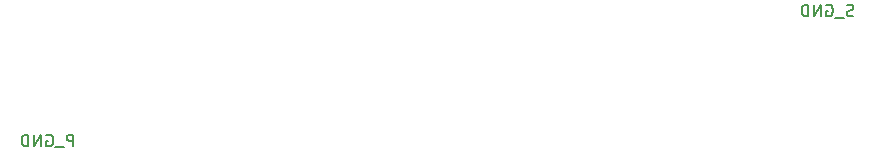
<source format=gbr>
%TF.GenerationSoftware,KiCad,Pcbnew,(6.0.9)*%
%TF.CreationDate,2023-06-16T09:03:50+03:00*%
%TF.ProjectId,pcb-design,7063622d-6465-4736-9967-6e2e6b696361,rev?*%
%TF.SameCoordinates,Original*%
%TF.FileFunction,Legend,Bot*%
%TF.FilePolarity,Positive*%
%FSLAX46Y46*%
G04 Gerber Fmt 4.6, Leading zero omitted, Abs format (unit mm)*
G04 Created by KiCad (PCBNEW (6.0.9)) date 2023-06-16 09:03:50*
%MOMM*%
%LPD*%
G01*
G04 APERTURE LIST*
%ADD10C,0.150000*%
G04 APERTURE END LIST*
D10*
X165190476Y-101404761D02*
X165047619Y-101452380D01*
X164809523Y-101452380D01*
X164714285Y-101404761D01*
X164666666Y-101357142D01*
X164619047Y-101261904D01*
X164619047Y-101166666D01*
X164666666Y-101071428D01*
X164714285Y-101023809D01*
X164809523Y-100976190D01*
X165000000Y-100928571D01*
X165095238Y-100880952D01*
X165142857Y-100833333D01*
X165190476Y-100738095D01*
X165190476Y-100642857D01*
X165142857Y-100547619D01*
X165095238Y-100500000D01*
X165000000Y-100452380D01*
X164761904Y-100452380D01*
X164619047Y-100500000D01*
X164428571Y-101547619D02*
X163666666Y-101547619D01*
X162904761Y-100500000D02*
X163000000Y-100452380D01*
X163142857Y-100452380D01*
X163285714Y-100500000D01*
X163380952Y-100595238D01*
X163428571Y-100690476D01*
X163476190Y-100880952D01*
X163476190Y-101023809D01*
X163428571Y-101214285D01*
X163380952Y-101309523D01*
X163285714Y-101404761D01*
X163142857Y-101452380D01*
X163047619Y-101452380D01*
X162904761Y-101404761D01*
X162857142Y-101357142D01*
X162857142Y-101023809D01*
X163047619Y-101023809D01*
X162428571Y-101452380D02*
X162428571Y-100452380D01*
X161857142Y-101452380D01*
X161857142Y-100452380D01*
X161380952Y-101452380D02*
X161380952Y-100452380D01*
X161142857Y-100452380D01*
X161000000Y-100500000D01*
X160904761Y-100595238D01*
X160857142Y-100690476D01*
X160809523Y-100880952D01*
X160809523Y-101023809D01*
X160857142Y-101214285D01*
X160904761Y-101309523D01*
X161000000Y-101404761D01*
X161142857Y-101452380D01*
X161380952Y-101452380D01*
X99166666Y-112452380D02*
X99166666Y-111452380D01*
X98785714Y-111452380D01*
X98690476Y-111500000D01*
X98642857Y-111547619D01*
X98595238Y-111642857D01*
X98595238Y-111785714D01*
X98642857Y-111880952D01*
X98690476Y-111928571D01*
X98785714Y-111976190D01*
X99166666Y-111976190D01*
X98404761Y-112547619D02*
X97642857Y-112547619D01*
X96880952Y-111500000D02*
X96976190Y-111452380D01*
X97119047Y-111452380D01*
X97261904Y-111500000D01*
X97357142Y-111595238D01*
X97404761Y-111690476D01*
X97452380Y-111880952D01*
X97452380Y-112023809D01*
X97404761Y-112214285D01*
X97357142Y-112309523D01*
X97261904Y-112404761D01*
X97119047Y-112452380D01*
X97023809Y-112452380D01*
X96880952Y-112404761D01*
X96833333Y-112357142D01*
X96833333Y-112023809D01*
X97023809Y-112023809D01*
X96404761Y-112452380D02*
X96404761Y-111452380D01*
X95833333Y-112452380D01*
X95833333Y-111452380D01*
X95357142Y-112452380D02*
X95357142Y-111452380D01*
X95119047Y-111452380D01*
X94976190Y-111500000D01*
X94880952Y-111595238D01*
X94833333Y-111690476D01*
X94785714Y-111880952D01*
X94785714Y-112023809D01*
X94833333Y-112214285D01*
X94880952Y-112309523D01*
X94976190Y-112404761D01*
X95119047Y-112452380D01*
X95357142Y-112452380D01*
M02*

</source>
